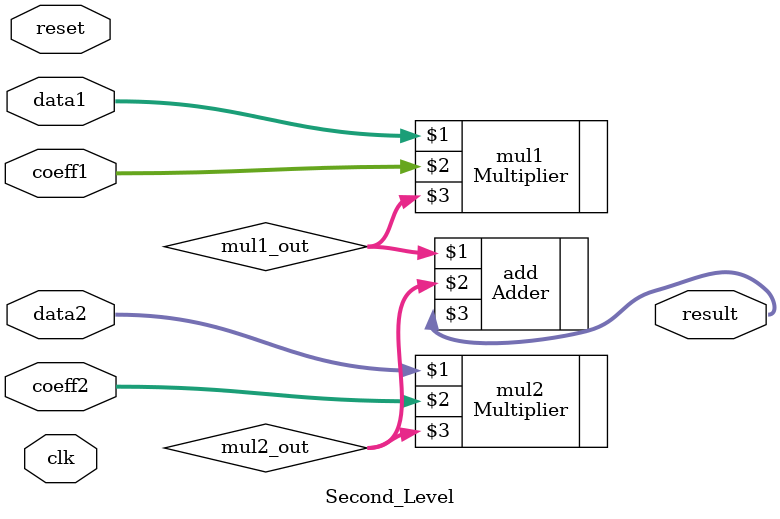
<source format=v>
`timescale 1ns/1 ps

module Second_Level #(parameter DATA_WIDTH = 8, COEFF_WIDTH = 8) (
    input wire clk,
    input wire reset,
    input wire [DATA_WIDTH-1:0] data1,
    input wire [COEFF_WIDTH-1:0] coeff1,
    input wire [DATA_WIDTH-1:0] data2,
    input wire [COEFF_WIDTH-1:0] coeff2,
    output wire [DATA_WIDTH+COEFF_WIDTH:0] result
);
    wire [DATA_WIDTH+COEFF_WIDTH-1:0] mul1_out, mul2_out;
    
    Multiplier #(DATA_WIDTH) mul1(data1, coeff1, mul1_out);
    Multiplier #(DATA_WIDTH) mul2(data2, coeff2, mul2_out);
    Adder #(DATA_WIDTH+COEFF_WIDTH) add(mul1_out, mul2_out, result);
endmodule


</source>
